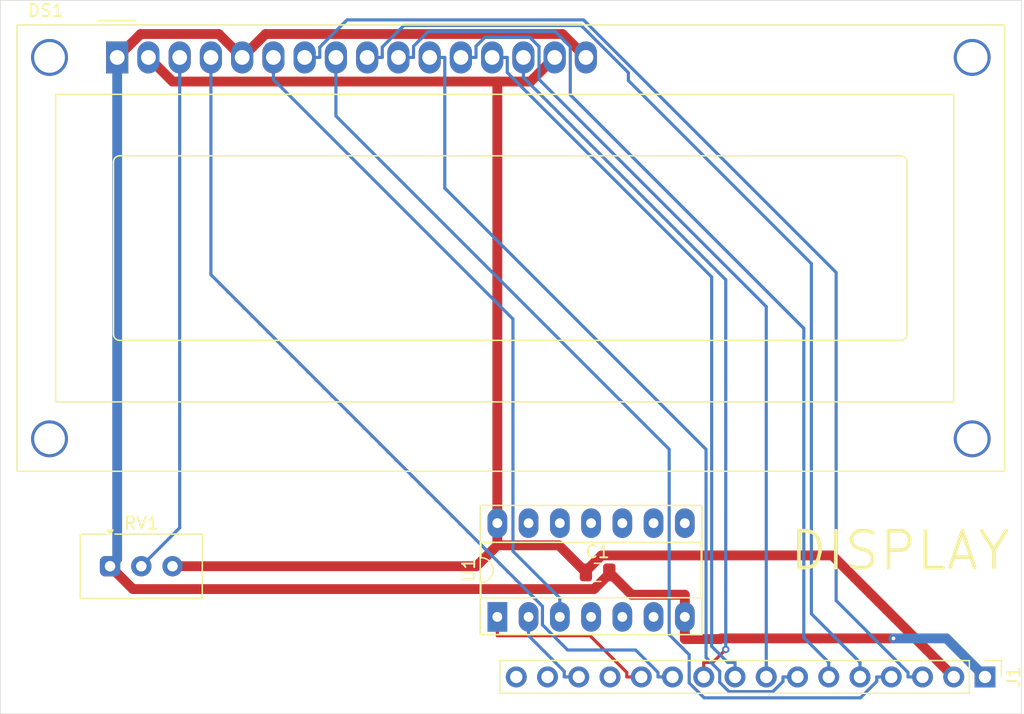
<source format=kicad_pcb>
(kicad_pcb (version 20240108) (generator "pcbnew") (generator_version "8.0")
  (layers (0 "F.Cu" signal) (31 "B.Cu" signal) (34 "B.Paste" user) (35 "F.Paste" user) (36 "B.SilkS" user "B.Silkscreen") (37 "F.SilkS" user "F.Silkscreen") (38 "B.Mask" user) (39 "F.Mask" user) (44 "Edge.Cuts" user))
  (net 0 "")
  (net 1 "VCC")
  (net 2 "GND")
  (net 3 "Net-(DS1-D6)")
  (net 4 "Net-(DS1-E)")
  (net 5 "Net-(DS1-D3)")
  (net 6 "Net-(DS1-D1)")
  (net 7 "Net-(DS1-VO)")
  (net 8 "Net-(DS1-D5)")
  (net 9 "Net-(DS1-D7)")
  (net 10 "Net-(DS1-D2)")
  (net 11 "Net-(DS1-D4)")
  (net 12 "Net-(DS1-D0)")
  (net 13 "Net-(DS1-RS)")
  (net 16 "Net-(J1-Pin_12)")
  (net 17 "Net-(J1-Pin_14)")
  (footprint "Display:WC1602A" (layer "F.Cu") (at 103.5 43.1425)
    (property "Reference" "DS1" (at -5.82 -3.81 0) (layer "F.SilkS"))
    (property "Value" "WC1602A")
    (fp_line (start -8.14 -2.64) (end -8.14 33.64) (stroke (width 0.12)) (layer "F.SilkS"))
    (fp_line (start -8.14 33.64) (end 72.14 33.64) (stroke (width 0.12)) (layer "F.SilkS"))
    (fp_line (start -8.13 -2.64) (end -7.34 -2.64) (stroke (width 0.12)) (layer "F.SilkS"))
    (fp_line (start -5 3) (end 68 3) (stroke (width 0.12)) (layer "F.SilkS"))
    (fp_line (start -5 28) (end -5 3) (stroke (width 0.12)) (layer "F.SilkS"))
    (fp_line (start -1.5 -3) (end 1.5 -3) (stroke (width 0.12)) (layer "F.SilkS"))
    (fp_line (start -0.29972 22.49932) (end -0.29972 8.5) (stroke (width 0.12)) (layer "F.SilkS"))
    (fp_line (start 0.2 8) (end 63.7 8) (stroke (width 0.12)) (layer "F.SilkS"))
    (fp_line (start 63.70066 23) (end 0.2 23) (stroke (width 0.12)) (layer "F.SilkS"))
    (fp_line (start 64.2 8.5) (end 64.2 22.5) (stroke (width 0.12)) (layer "F.SilkS"))
    (fp_line (start 68 3) (end 68 28) (stroke (width 0.12)) (layer "F.SilkS"))
    (fp_line (start 68 28) (end -5 28) (stroke (width 0.12)) (layer "F.SilkS"))
    (fp_line (start 72.14 -2.64) (end -7.34 -2.64) (stroke (width 0.12)) (layer "F.SilkS"))
    (fp_line (start 72.14 33.64) (end 72.14 -2.64) (stroke (width 0.12)) (layer "F.SilkS"))
    (fp_arc (start -0.29972 8.49884) (mid -0.153162 8.145018) (end 0.20066 7.99846) (stroke (width 0.12)) (layer "F.SilkS"))
    (fp_arc (start 0.20066 22.9997) (mid -0.153162 22.853142) (end -0.29972 22.49932) (stroke (width 0.12)) (layer "F.SilkS"))
    (fp_arc (start 63.7 8) (mid 64.053553 8.146447) (end 64.2 8.5) (stroke (width 0.12)) (layer "F.SilkS"))
    (fp_arc (start 64.20104 22.49932) (mid 64.054473 22.853115) (end 63.70066 22.9997) (stroke (width 0.12)) (layer "F.SilkS"))
    (pad "" thru_hole circle (at -5.4991 0) (size 3 3) (drill 2.5) (layers "*.Cu" "*.Mask"))
    (pad "" thru_hole circle (at -5.4991 31.0007) (size 3 3) (drill 2.5) (layers "*.Cu" "*.Mask"))
    (pad "" thru_hole circle (at 69.49948 31.0007) (size 3 3) (drill 2.5) (layers "*.Cu" "*.Mask"))
    (pad "" thru_hole circle (at 69.5 0) (size 3 3) (drill 2.5) (layers "*.Cu" "*.Mask"))
    (pad "1" thru_hole rect (at 0 0) (size 1.8 2.6) (drill 1.2) (layers "*.Cu" "*.Mask") (net 2 "GND"))
    (pad "2" thru_hole oval (at 2.54 0) (size 1.8 2.6) (drill 1.2) (layers "*.Cu" "*.Mask") (net 1 "VCC"))
    (pad "3" thru_hole oval (at 5.08 0) (size 1.8 2.6) (drill 1.2) (layers "*.Cu" "*.Mask") (net 7 "Net-(DS1-VO)"))
    (pad "4" thru_hole oval (at 7.62 0) (size 1.8 2.6) (drill 1.2) (layers "*.Cu" "*.Mask") (net 13 "Net-(DS1-RS)"))
    (pad "5" thru_hole oval (at 10.16 0) (size 1.8 2.6) (drill 1.2) (layers "*.Cu" "*.Mask") (net 2 "GND"))
    (pad "6" thru_hole oval (at 12.7 0) (size 1.8 2.6) (drill 1.2) (layers "*.Cu" "*.Mask") (net 4 "Net-(DS1-E)"))
    (pad "7" thru_hole oval (at 15.24 0) (size 1.8 2.6) (drill 1.2) (layers "*.Cu" "*.Mask") (net 12 "Net-(DS1-D0)"))
    (pad "8" thru_hole oval (at 17.78 0) (size 1.8 2.6) (drill 1.2) (layers "*.Cu" "*.Mask") (net 6 "Net-(DS1-D1)"))
    (pad "9" thru_hole oval (at 20.32 0) (size 1.8 2.6) (drill 1.2) (layers "*.Cu" "*.Mask") (net 10 "Net-(DS1-D2)"))
    (pad "10" thru_hole oval (at 22.86 0) (size 1.8 2.6) (drill 1.2) (layers "*.Cu" "*.Mask") (net 5 "Net-(DS1-D3)"))
    (pad "11" thru_hole oval (at 25.4 0) (size 1.8 2.6) (drill 1.2) (layers "*.Cu" "*.Mask") (net 11 "Net-(DS1-D4)"))
    (pad "12" thru_hole oval (at 27.94 0) (size 1.8 2.6) (drill 1.2) (layers "*.Cu" "*.Mask") (net 8 "Net-(DS1-D5)"))
    (pad "13" thru_hole oval (at 30.48 0) (size 1.8 2.6) (drill 1.2) (layers "*.Cu" "*.Mask") (net 3 "Net-(DS1-D6)"))
    (pad "14" thru_hole oval (at 33.02 0) (size 1.8 2.6) (drill 1.2) (layers "*.Cu" "*.Mask") (net 9 "Net-(DS1-D7)"))
    (pad "15" thru_hole oval (at 35.56 0) (size 1.8 2.6) (drill 1.2) (layers "*.Cu" "*.Mask") (net 1 "VCC"))
    (pad "16" thru_hole oval (at 38.1 0) (size 1.8 2.6) (drill 1.2) (layers "*.Cu" "*.Mask") (net 2 "GND"))
  )
  (footprint "Capacitor_SMD:C_0805_2012Metric" (layer "F.Cu") (at 142.55 85)
    (property "Reference" "C1" (at 0 -1.68 0) (layer "F.SilkS"))
    (property "Value" "C")
    (fp_line (start -0.261252 -0.735) (end 0.261252 -0.735) (stroke (width 0.12)) (layer "F.SilkS"))
    (fp_line (start -0.261252 0.735) (end 0.261252 0.735) (stroke (width 0.12)) (layer "F.SilkS"))
    (pad "1" smd roundrect (at -0.95 0) (size 1 1.45) (layers "F.Cu" "F.Paste" "F.Mask") (net 1 "VCC"))
    (pad "2" smd roundrect (at 0.95 0) (size 1 1.45) (layers "F.Cu" "F.Paste" "F.Mask") (net 2 "GND"))
  )
  (footprint "Potentiometer_THT:Potentiometer_Vishay_T93YA_Vertical" (layer "F.Cu") (at 102.92 84.5)
    (property "Reference" "RV1" (at 2.54 -3.5 0) (layer "F.SilkS"))
    (property "Value" "R_Potentiometer")
    (fp_line (start -2.42 -2.61) (end -2.42 2.61) (stroke (width 0.12)) (layer "F.SilkS"))
    (fp_line (start -2.42 -2.61) (end -0.3 -2.61) (stroke (width 0.12)) (layer "F.SilkS"))
    (fp_line (start -2.42 2.61) (end 7.5 2.61) (stroke (width 0.12)) (layer "F.SilkS"))
    (fp_line (start 0.4 -2.61) (end 7.5 -2.61) (stroke (width 0.12)) (layer "F.SilkS"))
    (fp_line (start 7.5 -2.61) (end 7.5 2.61) (stroke (width 0.12)) (layer "F.SilkS"))
    (fp_poly (pts (xy 0 -2.61) (xy -0.24 -2.94) (xy 0.24 -2.94) (xy 0 -2.61)) (stroke (width 0.12)) (fill solid) (layer "F.SilkS"))
    (pad "1" thru_hole roundrect (at 0 0) (size 1.65 1.65) (drill 0.85) (layers "*.Cu" "*.Mask") (net 2 "GND"))
    (pad "2" thru_hole circle (at 2.54 0) (size 1.65 1.65) (drill 0.85) (layers "*.Cu" "*.Mask") (net 7 "Net-(DS1-VO)"))
    (pad "3" thru_hole circle (at 5.08 0) (size 1.65 1.65) (drill 0.85) (layers "*.Cu" "*.Mask") (net 1 "VCC"))
  )
  (footprint "Connector_PinHeader_2.54mm:PinHeader_1x16_P2.54mm_Vertical" (layer "F.Cu") (at 174.04 93.5 -90)
    (property "Reference" "J1" (at 0 -2.33 90) (layer "F.SilkS"))
    (property "Value" "Conn_01x16_Pin" (hide yes))
    (fp_line (start -1.33 39.43) (end 1.33 39.43) (stroke (width 0.12)) (layer "F.SilkS"))
    (fp_line (start -1.33 1.27) (end -1.33 39.43) (stroke (width 0.12)) (layer "F.SilkS"))
    (fp_line (start -1.33 1.27) (end 1.33 1.27) (stroke (width 0.12)) (layer "F.SilkS"))
    (fp_line (start 1.33 1.27) (end 1.33 39.43) (stroke (width 0.12)) (layer "F.SilkS"))
    (fp_line (start -1.33 0) (end -1.33 -1.33) (stroke (width 0.12)) (layer "F.SilkS"))
    (fp_line (start -1.33 -1.33) (end 0 -1.33) (stroke (width 0.12)) (layer "F.SilkS"))
    (pad "1" thru_hole rect (at 0 0 270) (size 1.7 1.7) (drill 1) (layers "*.Cu" "*.Mask") (net 2 "GND"))
    (pad "2" thru_hole oval (at 0 2.54 270) (size 1.7 1.7) (drill 1) (layers "*.Cu" "*.Mask") (net 1 "VCC"))
    (pad "3" thru_hole oval (at 0 5.08 270) (size 1.7 1.7) (drill 1) (layers "*.Cu" "*.Mask") (net 12 "Net-(DS1-D0)"))
    (pad "4" thru_hole oval (at 0 7.62 270) (size 1.7 1.7) (drill 1) (layers "*.Cu" "*.Mask") (net 6 "Net-(DS1-D1)"))
    (pad "5" thru_hole oval (at 0 10.16 270) (size 1.7 1.7) (drill 1) (layers "*.Cu" "*.Mask") (net 10 "Net-(DS1-D2)"))
    (pad "6" thru_hole oval (at 0 12.7 270) (size 1.7 1.7) (drill 1) (layers "*.Cu" "*.Mask") (net 5 "Net-(DS1-D3)"))
    (pad "7" thru_hole oval (at 0 15.24 270) (size 1.7 1.7) (drill 1) (layers "*.Cu" "*.Mask") (net 11 "Net-(DS1-D4)"))
    (pad "8" thru_hole oval (at 0 17.78 270) (size 1.7 1.7) (drill 1) (layers "*.Cu" "*.Mask") (net 8 "Net-(DS1-D5)"))
    (pad "9" thru_hole oval (at 0 20.32 270) (size 1.7 1.7) (drill 1) (layers "*.Cu" "*.Mask") (net 3 "Net-(DS1-D6)"))
    (pad "10" thru_hole oval (at 0 22.86 270) (size 1.7 1.7) (drill 1) (layers "*.Cu" "*.Mask") (net 9 "Net-(DS1-D7)"))
    (pad "11" thru_hole oval (at 0 25.4 270) (size 1.7 1.7) (drill 1) (layers "*.Cu" "*.Mask") (net 13 "Net-(DS1-RS)"))
    (pad "12" thru_hole oval (at 0 27.94 270) (size 1.7 1.7) (drill 1) (layers "*.Cu" "*.Mask") (net 16 "Net-(J1-Pin_12)"))
    (pad "13" thru_hole oval (at 0 30.48 270) (size 1.7 1.7) (drill 1) (layers "*.Cu" "*.Mask"))
    (pad "14" thru_hole oval (at 0 33.02 270) (size 1.7 1.7) (drill 1) (layers "*.Cu" "*.Mask") (net 17 "Net-(J1-Pin_14)"))
    (pad "15" thru_hole oval (at 0 35.56 270) (size 1.7 1.7) (drill 1) (layers "*.Cu" "*.Mask"))
    (pad "16" thru_hole oval (at 0 38.1 270) (size 1.7 1.7) (drill 1) (layers "*.Cu" "*.Mask"))
  )
  (footprint "Package_DIP:DIP-14_W7.62mm_Socket_LongPads" (layer "F.Cu") (at 134.4 88.62 90)
    (property "Reference" "U1" (at 3.81 -2.33 90) (layer "F.SilkS"))
    (property "Value" "74LS08")
    (fp_line (start 9.06 -1.39) (end -1.44 -1.39) (stroke (width 0.12)) (layer "F.SilkS"))
    (fp_line (start -1.44 -1.39) (end -1.44 16.63) (stroke (width 0.12)) (layer "F.SilkS"))
    (fp_line (start 6.06 -1.33) (end 4.81 -1.33) (stroke (width 0.12)) (layer "F.SilkS"))
    (fp_line (start 2.81 -1.33) (end 1.56 -1.33) (stroke (width 0.12)) (layer "F.SilkS"))
    (fp_line (start 1.56 -1.33) (end 1.56 16.57) (stroke (width 0.12)) (layer "F.SilkS"))
    (fp_line (start 6.06 16.57) (end 6.06 -1.33) (stroke (width 0.12)) (layer "F.SilkS"))
    (fp_line (start 1.56 16.57) (end 6.06 16.57) (stroke (width 0.12)) (layer "F.SilkS"))
    (fp_line (start 9.06 16.63) (end 9.06 -1.39) (stroke (width 0.12)) (layer "F.SilkS"))
    (fp_line (start -1.44 16.63) (end 9.06 16.63) (stroke (width 0.12)) (layer "F.SilkS"))
    (fp_arc (start 4.81 -1.33) (mid 3.81 -0.33) (end 2.81 -1.33) (stroke (width 0.12)) (layer "F.SilkS"))
    (pad "1" thru_hole rect (at 0 0 90) (size 2.4 1.6) (drill 0.8) (layers "*.Cu" "*.Mask") (net 16 "Net-(J1-Pin_12)"))
    (pad "2" thru_hole oval (at 0 2.54 90) (size 2.4 1.6) (drill 0.8) (layers "*.Cu" "*.Mask") (net 17 "Net-(J1-Pin_14)"))
    (pad "3" thru_hole oval (at 0 5.08 90) (size 2.4 1.6) (drill 0.8) (layers "*.Cu" "*.Mask") (net 4 "Net-(DS1-E)"))
    (pad "4" thru_hole oval (at 0 7.62 90) (size 2.4 1.6) (drill 0.8) (layers "*.Cu" "*.Mask"))
    (pad "5" thru_hole oval (at 0 10.16 90) (size 2.4 1.6) (drill 0.8) (layers "*.Cu" "*.Mask"))
    (pad "6" thru_hole oval (at 0 12.7 90) (size 2.4 1.6) (drill 0.8) (layers "*.Cu" "*.Mask"))
    (pad "7" thru_hole oval (at 0 15.24 90) (size 2.4 1.6) (drill 0.8) (layers "*.Cu" "*.Mask") (net 2 "GND"))
    (pad "8" thru_hole oval (at 7.62 15.24 90) (size 2.4 1.6) (drill 0.8) (layers "*.Cu" "*.Mask"))
    (pad "9" thru_hole oval (at 7.62 12.7 90) (size 2.4 1.6) (drill 0.8) (layers "*.Cu" "*.Mask"))
    (pad "10" thru_hole oval (at 7.62 10.16 90) (size 2.4 1.6) (drill 0.8) (layers "*.Cu" "*.Mask"))
    (pad "11" thru_hole oval (at 7.62 7.62 90) (size 2.4 1.6) (drill 0.8) (layers "*.Cu" "*.Mask"))
    (pad "12" thru_hole oval (at 7.62 5.08 90) (size 2.4 1.6) (drill 0.8) (layers "*.Cu" "*.Mask"))
    (pad "13" thru_hole oval (at 7.62 2.54 90) (size 2.4 1.6) (drill 0.8) (layers "*.Cu" "*.Mask"))
    (pad "14" thru_hole oval (at 7.62 0 90) (size 2.4 1.6) (drill 0.8) (layers "*.Cu" "*.Mask") (net 1 "VCC"))
  )
  (gr_rect (start 94 38.5) (end 177 96.5) (stroke (width 0.05)) (fill none) (layer "Edge.Cuts"))
  (gr_text "DISPLAY" (at 158 85 0) (layer "F.SilkS") (effects (font (size 3 3) (thickness 0.3)) (justify left bottom)))
  (segment (start 139.06 43.1425) (end 137.0978 45.1047) (width 0.8) (layer "F.Cu") (net 1))
  (segment (start 141.5444 84.9444) (end 141.6 85) (width 0.8) (layer "F.Cu") (net 1))
  (segment (start 132.7017 84.5) (end 134.4 82.8017) (width 0.8) (layer "F.Cu") (net 1))
  (segment (start 139.4017 82.8017) (end 141.5444 84.9444) (width 0.8) (layer "F.Cu") (net 1))
  (segment (start 161.622 83.622) (end 171.5 93.5) (width 0.8) (layer "F.Cu") (net 1))
  (segment (start 108.0022 45.1047) (end 106.04 43.1425) (width 0.8) (layer "F.Cu") (net 1))
  (segment (start 134.4 79.1983) (end 134.4 45.1047) (width 0.8) (layer "F.Cu") (net 1))
  (segment (start 137.0978 45.1047) (end 134.4 45.1047) (width 0.8) (layer "F.Cu") (net 1))
  (segment (start 134.4 45.1047) (end 108.0022 45.1047) (width 0.8) (layer "F.Cu") (net 1))
  (segment (start 142.8668 83.622) (end 161.622 83.622) (width 0.8) (layer "F.Cu") (net 1))
  (segment (start 134.4 81.4336) (end 134.4 81) (width 0.8) (layer "F.Cu") (net 1))
  (segment (start 134.4 82.8017) (end 139.4017 82.8017) (width 0.8) (layer "F.Cu") (net 1))
  (segment (start 141.5444 84.9444) (end 142.8668 83.622) (width 0.8) (layer "F.Cu") (net 1))
  (segment (start 134.4 81.4336) (end 134.4 82.8017) (width 0.8) (layer "F.Cu") (net 1))
  (segment (start 134.4 81) (end 134.4 79.1983) (width 0.8) (layer "F.Cu") (net 1))
  (segment (start 108 84.5) (end 132.7017 84.5) (width 0.8) (layer "F.Cu") (net 1))
  (segment (start 145.3183 86.8183) (end 143.562 85.0619) (width 0.8) (layer "F.Cu") (net 2))
  (segment (start 149.64 88.62) (end 149.64 86.8183) (width 0.8) (layer "F.Cu") (net 2))
  (segment (start 149.64 86.8183) (end 145.3183 86.8183) (width 0.8) (layer "F.Cu") (net 2))
  (segment (start 149.64 88.62) (end 149.64 90.4217) (width 0.8) (layer "F.Cu") (net 2))
  (segment (start 152.5369 90.4217) (end 149.64 90.4217) (width 0.8) (layer "F.Cu") (net 2))
  (segment (start 111.7583 41.2408) (end 113.66 43.1425) (width 0.8) (layer "F.Cu") (net 2))
  (segment (start 103.5 43.1425) (end 105.4017 41.2408) (width 0.8) (layer "F.Cu") (net 2))
  (segment (start 105.4017 41.2408) (end 111.7583 41.2408) (width 0.8) (layer "F.Cu") (net 2))
  (segment (start 141.6 43.1425) (end 139.6983 41.2408) (width 0.8) (layer "F.Cu") (net 2))
  (segment (start 143.562 85.0619) (end 143.5 85) (width 0.8) (layer "F.Cu") (net 2))
  (segment (start 104.7777 86.3577) (end 102.92 84.5) (width 0.8) (layer "F.Cu") (net 2))
  (segment (start 166.5964 90.3654) (end 152.5932 90.3654) (width 0.8) (layer "F.Cu") (net 2))
  (segment (start 152.5932 90.3654) (end 152.5369 90.4217) (width 0.8) (layer "F.Cu") (net 2))
  (segment (start 139.6983 41.2408) (end 115.5617 41.2408) (width 0.8) (layer "F.Cu") (net 2))
  (segment (start 142.2662 86.3577) (end 104.7777 86.3577) (width 0.8) (layer "F.Cu") (net 2))
  (segment (start 115.5617 41.2408) (end 113.66 43.1425) (width 0.8) (layer "F.Cu") (net 2))
  (segment (start 143.562 85.0619) (end 142.2662 86.3577) (width 0.8) (layer "F.Cu") (net 2))
  (via (at 166.5964 90.3654) (size 0.6) (drill 0.3) (layers "F.Cu" "B.Cu") (net 2))
  (segment (start 170.9054 90.3654) (end 166.5964 90.3654) (width 0.8) (layer "B.Cu") (net 2))
  (segment (start 103.5 83.92) (end 103.5 43.1425) (width 0.8) (layer "B.Cu") (net 2))
  (segment (start 102.92 84.5) (end 103.5 83.92) (width 0.8) (layer "B.Cu") (net 2))
  (segment (start 174.04 93.5) (end 170.9054 90.3654) (width 0.8) (layer "B.Cu") (net 2))
  (segment (start 151.8208 60.9833) (end 135.2087 44.3712) (width 0.254) (layer "B.Cu") (net 3))
  (segment (start 135.2087 44.3712) (end 135.2087 43.1425) (width 0.254) (layer "B.Cu") (net 3))
  (segment (start 153.72 92.3213) (end 153.1313 92.3213) (width 0.254) (layer "B.Cu") (net 3))
  (segment (start 133.98 43.1425) (end 135.2087 43.1425) (width 0.254) (layer "B.Cu") (net 3))
  (segment (start 153.1313 92.3213) (end 151.8208 91.0108) (width 0.254) (layer "B.Cu") (net 3))
  (segment (start 153.72 93.5) (end 153.72 92.3213) (width 0.254) (layer "B.Cu") (net 3))
  (segment (start 151.8208 91.0108) (end 151.8208 60.9833) (width 0.254) (layer "B.Cu") (net 3))
  (segment (start 139.48 88.62) (end 139.48 87.0913) (width 0.254) (layer "B.Cu") (net 4))
  (segment (start 135.67 64.404) (end 116.2 44.934) (width 0.254) (layer "B.Cu") (net 4))
  (segment (start 135.67 83.2813) (end 135.67 64.404) (width 0.254) (layer "B.Cu") (net 4))
  (segment (start 139.48 87.0913) (end 135.67 83.2813) (width 0.254) (layer "B.Cu") (net 4))
  (segment (start 116.2 44.934) (end 116.2 43.1425) (width 0.254) (layer "B.Cu") (net 4))
  (segment (start 159.3124 90.2937) (end 159.3124 65.1663) (width 0.254) (layer "B.Cu") (net 5))
  (segment (start 139.1056 41.0434) (end 128.7786 41.0434) (width 0.254) (layer "B.Cu") (net 5))
  (segment (start 161.34 93.5) (end 161.34 92.3213) (width 0.254) (layer "B.Cu") (net 5))
  (segment (start 128.7786 41.0434) (end 127.5887 42.2333) (width 0.254) (layer "B.Cu") (net 5))
  (segment (start 127.5887 42.2333) (end 127.5887 43.1425) (width 0.254) (layer "B.Cu") (net 5))
  (segment (start 140.33 46.1839) (end 140.33 42.2678) (width 0.254) (layer "B.Cu") (net 5))
  (segment (start 159.3124 65.1663) (end 140.33 46.1839) (width 0.254) (layer "B.Cu") (net 5))
  (segment (start 161.34 92.3213) (end 159.3124 90.2937) (width 0.254) (layer "B.Cu") (net 5))
  (segment (start 140.33 42.2678) (end 139.1056 41.0434) (width 0.254) (layer "B.Cu") (net 5))
  (segment (start 126.36 43.1425) (end 127.5887 43.1425) (width 0.254) (layer "B.Cu") (net 5))
  (segment (start 163.9111 95.1966) (end 165.2413 93.8664) (width 0.254) (layer "B.Cu") (net 6))
  (segment (start 149.9955 91.6915) (end 149.9955 93.9845) (width 0.254) (layer "B.Cu") (net 6))
  (segment (start 151.2076 95.1966) (end 163.9111 95.1966) (width 0.254) (layer "B.Cu") (net 6))
  (segment (start 148.37 74.9915) (end 148.37 90.066) (width 0.254) (layer "B.Cu") (net 6))
  (segment (start 165.2413 93.8664) (end 165.2413 93.5) (width 0.254) (layer "B.Cu") (net 6))
  (segment (start 121.28 43.1425) (end 121.28 47.9015) (width 0.254) (layer "B.Cu") (net 6))
  (segment (start 149.9955 93.9845) (end 151.2076 95.1966) (width 0.254) (layer "B.Cu") (net 6))
  (segment (start 166.42 93.5) (end 165.2413 93.5) (width 0.254) (layer "B.Cu") (net 6))
  (segment (start 121.28 47.9015) (end 148.37 74.9915) (width 0.254) (layer "B.Cu") (net 6))
  (segment (start 148.37 90.066) (end 149.9955 91.6915) (width 0.254) (layer "B.Cu") (net 6))
  (segment (start 105.46 84.5) (end 108.58 81.38) (width 0.254) (layer "B.Cu") (net 7))
  (segment (start 108.58 81.38) (end 108.58 43.1425) (width 0.254) (layer "B.Cu") (net 7))
  (segment (start 156.26 63.4027) (end 137.79 44.9327) (width 0.254) (layer "B.Cu") (net 8))
  (segment (start 133.3981 41.5039) (end 132.6687 42.2333) (width 0.254) (layer "B.Cu") (net 8))
  (segment (start 131.44 43.1425) (end 132.6687 43.1425) (width 0.254) (layer "B.Cu") (net 8))
  (segment (start 156.26 93.5) (end 156.26 92.3213) (width 0.254) (layer "B.Cu") (net 8))
  (segment (start 137.0368 41.5039) (end 133.3981 41.5039) (width 0.254) (layer "B.Cu") (net 8))
  (segment (start 137.79 42.2571) (end 137.0368 41.5039) (width 0.254) (layer "B.Cu") (net 8))
  (segment (start 137.79 44.9327) (end 137.79 42.2571) (width 0.254) (layer "B.Cu") (net 8))
  (segment (start 132.6687 42.2333) (end 132.6687 43.1425) (width 0.254) (layer "B.Cu") (net 8))
  (segment (start 156.26 92.3213) (end 156.26 63.4027) (width 0.254) (layer "B.Cu") (net 8))
  (segment (start 151.9124 92.3213) (end 152.9666 91.2671) (width 0.254) (layer "F.Cu") (net 9))
  (segment (start 151.18 92.3213) (end 151.9124 92.3213) (width 0.254) (layer "F.Cu") (net 9))
  (segment (start 151.18 93.5) (end 151.18 92.3213) (width 0.254) (layer "F.Cu") (net 9))
  (via (at 152.9666 91.2671) (size 0.6) (drill 0.3) (layers "F.Cu" "B.Cu") (net 9))
  (segment (start 152.9666 91.2671) (end 152.9666 61.2178) (width 0.254) (layer "B.Cu") (net 9))
  (segment (start 152.9666 61.2178) (end 136.52 44.7712) (width 0.254) (layer "B.Cu") (net 9))
  (segment (start 136.52 43.1425) (end 136.52 44.7712) (width 0.254) (layer "B.Cu") (net 9))
  (segment (start 126.7983 40.5482) (end 141.2187 40.5482) (width 0.254) (layer "B.Cu") (net 10))
  (segment (start 163.88 93.5) (end 163.88 92.3213) (width 0.254) (layer "B.Cu") (net 10))
  (segment (start 159.9286 88.3699) (end 163.88 92.3213) (width 0.254) (layer "B.Cu") (net 10))
  (segment (start 145.0527 44.3822) (end 145.0527 45.0244) (width 0.254) (layer "B.Cu") (net 10))
  (segment (start 125.0487 42.2978) (end 126.7983 40.5482) (width 0.254) (layer "B.Cu") (net 10))
  (segment (start 123.82 43.1425) (end 125.0487 43.1425) (width 0.254) (layer "B.Cu") (net 10))
  (segment (start 145.0527 45.0244) (end 159.9286 59.9003) (width 0.254) (layer "B.Cu") (net 10))
  (segment (start 141.2187 40.5482) (end 145.0527 44.3822) (width 0.254) (layer "B.Cu") (net 10))
  (segment (start 125.0487 43.1425) (end 125.0487 42.2978) (width 0.254) (layer "B.Cu") (net 10))
  (segment (start 159.9286 59.9003) (end 159.9286 88.3699) (width 0.254) (layer "B.Cu") (net 10))
  (segment (start 151.3651 75.0032) (end 130.1287 53.7668) (width 0.254) (layer "B.Cu") (net 11))
  (segment (start 157.6213 93.8683) (end 156.7948 94.6948) (width 0.254) (layer "B.Cu") (net 11))
  (segment (start 151.3651 91.9228) (end 151.3651 75.0032) (width 0.254) (layer "B.Cu") (net 11))
  (segment (start 128.9 43.1425) (end 130.1287 43.1425) (width 0.254) (layer "B.Cu") (net 11))
  (segment (start 152.4764 93.9367) (end 152.4764 93.0341) (width 0.254) (layer "B.Cu") (net 11))
  (segment (start 157.6213 93.5) (end 157.6213 93.8683) (width 0.254) (layer "B.Cu") (net 11))
  (segment (start 152.4764 93.0341) (end 151.3651 91.9228) (width 0.254) (layer "B.Cu") (net 11))
  (segment (start 156.7948 94.6948) (end 153.2345 94.6948) (width 0.254) (layer "B.Cu") (net 11))
  (segment (start 158.8 93.5) (end 157.6213 93.5) (width 0.254) (layer "B.Cu") (net 11))
  (segment (start 153.2345 94.6948) (end 152.4764 93.9367) (width 0.254) (layer "B.Cu") (net 11))
  (segment (start 130.1287 53.7668) (end 130.1287 43.1425) (width 0.254) (layer "B.Cu") (net 11))
  (segment (start 122.1811 40.0925) (end 119.9687 42.3049) (width 0.254) (layer "B.Cu") (net 12))
  (segment (start 168.96 93.5) (end 167.7813 93.5) (width 0.254) (layer "B.Cu") (net 12))
  (segment (start 161.9399 60.625) (end 141.4074 40.0925) (width 0.254) (layer "B.Cu") (net 12))
  (segment (start 119.9687 42.3049) (end 119.9687 43.1425) (width 0.254) (layer "B.Cu") (net 12))
  (segment (start 167.7813 93.5) (end 167.7813 93.1337) (width 0.254) (layer "B.Cu") (net 12))
  (segment (start 167.7813 93.1337) (end 161.9399 87.2923) (width 0.254) (layer "B.Cu") (net 12))
  (segment (start 161.9399 87.2923) (end 161.9399 60.625) (width 0.254) (layer "B.Cu") (net 12))
  (segment (start 141.4074 40.0925) (end 122.1811 40.0925) (width 0.254) (layer "B.Cu") (net 12))
  (segment (start 118.74 43.1425) (end 119.9687 43.1425) (width 0.254) (layer "B.Cu") (net 12))
  (segment (start 138.0687 89.2658) (end 138.0687 87.7524) (width 0.254) (layer "B.Cu") (net 13))
  (segment (start 148.64 93.5) (end 147.4613 93.5) (width 0.254) (layer "B.Cu") (net 13))
  (segment (start 138.0687 87.7524) (end 111.12 60.8037) (width 0.254) (layer "B.Cu") (net 13))
  (segment (start 140.1129 91.31) (end 138.0687 89.2658) (width 0.254) (layer "B.Cu") (net 13))
  (segment (start 111.12 60.8037) (end 111.12 43.1425) (width 0.254) (layer "B.Cu") (net 13))
  (segment (start 147.4613 93.1316) (end 145.6397 91.31) (width 0.254) (layer "B.Cu") (net 13))
  (segment (start 145.6397 91.31) (end 140.1129 91.31) (width 0.254) (layer "B.Cu") (net 13))
  (segment (start 147.4613 93.5) (end 147.4613 93.1316) (width 0.254) (layer "B.Cu") (net 13))
  (segment (start 144.9213 93.1336) (end 144.9213 93.5) (width 0.254) (layer "F.Cu") (net 16))
  (segment (start 141.9364 90.1487) (end 144.9213 93.1336) (width 0.254) (layer "F.Cu") (net 16))
  (segment (start 134.4 88.62) (end 134.4 90.1487) (width 0.254) (layer "F.Cu") (net 16))
  (segment (start 146.1 93.5) (end 144.9213 93.5) (width 0.254) (layer "F.Cu") (net 16))
  (segment (start 134.4 90.1487) (end 141.9364 90.1487) (width 0.254) (layer "F.Cu") (net 16))
  (segment (start 136.94 90.1487) (end 139.8413 93.05) (width 0.254) (layer "B.Cu") (net 17))
  (segment (start 139.8413 93.05) (end 139.8413 93.5) (width 0.254) (layer "B.Cu") (net 17))
  (segment (start 141.02 93.5) (end 139.8413 93.5) (width 0.254) (layer "B.Cu") (net 17))
  (segment (start 136.94 88.62) (end 136.94 90.1487) (width 0.254) (layer "B.Cu") (net 17))
)
</source>
